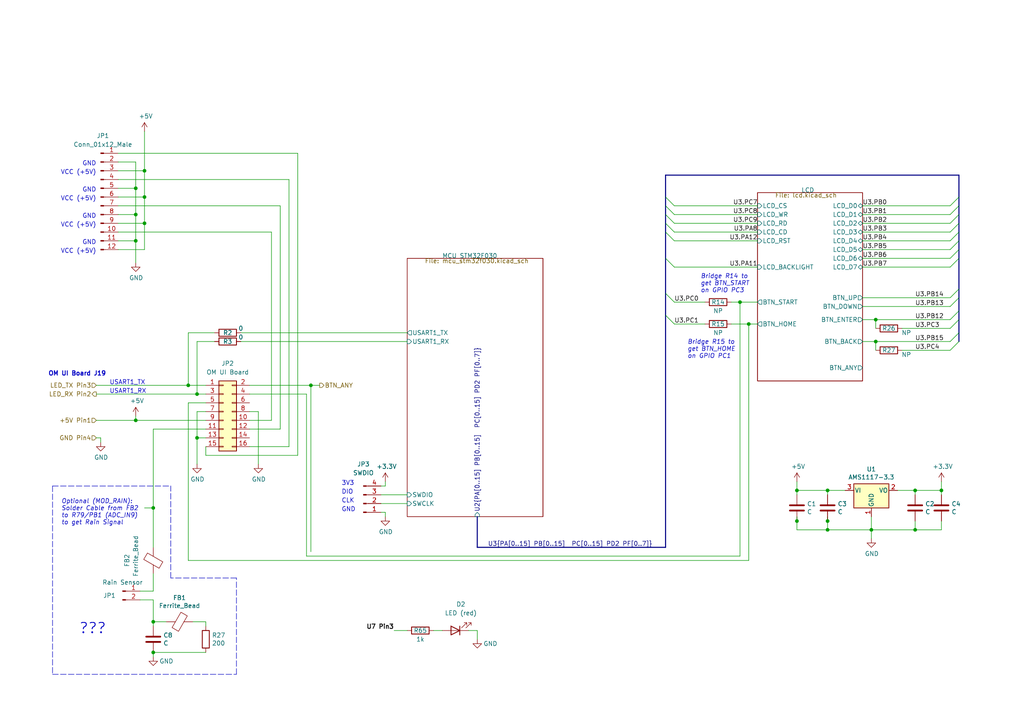
<source format=kicad_sch>
(kicad_sch (version 20211123) (generator eeschema)
  (paper "A4")
  (title_block (title "YardForce SAxxxPRO Dot-Matrix LCD CoverUI HS49067") (date "2023-08-22") (rev "0.1") (comment 1 "(c) Apehaenger") (comment 2 "For https://openmower.de") (comment 3 "PCB: WYPCB319B, WYM240128K1002") (comment 4 "LCD: WYM240128K10, 2019-12-14, HJ2818W6 A0"))
  (lib_symbols
    (symbol "Connector:Conn_01x02_Male" (pin_names (offset 1.016) hide)
      (property "Reference" "J" (at 0 2.54 0))
      (property "Value" "Conn_01x02_Male" (at 0 -5.08 0))
      (symbol "Conn_01x02_Male_1_1"
        (polyline (pts (xy 1.27 -2.54) (xy 0.8636 -2.54)) (stroke (width 0.1524)))
        (polyline (pts (xy 1.27 0) (xy 0.8636 0)) (stroke (width 0.1524)))
        (rectangle (start 0.8636 -2.413) (end 0 -2.667) (stroke (width 0.1524)) (fill (type outline)))
        (rectangle (start 0.8636 0.127) (end 0 -0.127) (stroke (width 0.1524)) (fill (type outline)))
        (pin passive line (at 5.08 0 180) (length 3.81) (name "Pin_1") (number "1"))
        (pin passive line (at 5.08 -2.54 180) (length 3.81) (name "Pin_2") (number "2"))
      )
    )
    (symbol "Connector:Conn_01x04_Male" (pin_names (offset 1.016) hide)
      (property "Reference" "J" (at 0 5.08 0))
      (property "Value" "Conn_01x04_Male" (at 0 -7.62 0))
      (symbol "Conn_01x04_Male_1_1"
        (polyline (pts (xy 1.27 -5.08) (xy 0.8636 -5.08)) (stroke (width 0.1524)))
        (polyline (pts (xy 1.27 -2.54) (xy 0.8636 -2.54)) (stroke (width 0.1524)))
        (polyline (pts (xy 1.27 0) (xy 0.8636 0)) (stroke (width 0.1524)))
        (polyline (pts (xy 1.27 2.54) (xy 0.8636 2.54)) (stroke (width 0.1524)))
        (rectangle (start 0.8636 -4.953) (end 0 -5.207) (stroke (width 0.1524)) (fill (type outline)))
        (rectangle (start 0.8636 -2.413) (end 0 -2.667) (stroke (width 0.1524)) (fill (type outline)))
        (rectangle (start 0.8636 0.127) (end 0 -0.127) (stroke (width 0.1524)) (fill (type outline)))
        (rectangle (start 0.8636 2.667) (end 0 2.413) (stroke (width 0.1524)) (fill (type outline)))
        (pin passive line (at 5.08 2.54 180) (length 3.81) (name "Pin_1") (number "1"))
        (pin passive line (at 5.08 0 180) (length 3.81) (name "Pin_2") (number "2"))
        (pin passive line (at 5.08 -2.54 180) (length 3.81) (name "Pin_3") (number "3"))
        (pin passive line (at 5.08 -5.08 180) (length 3.81) (name "Pin_4") (number "4"))
      )
    )
    (symbol "Connector:Conn_01x12_Male" (pin_names (offset 1.016) hide)
      (property "Reference" "J" (at 0 15.24 0))
      (property "Value" "Conn_01x12_Male" (at 0 -17.78 0))
      (symbol "Conn_01x12_Male_1_1"
        (polyline (pts (xy 1.27 -15.24) (xy 0.8636 -15.24)) (stroke (width 0.1524)))
        (polyline (pts (xy 1.27 -12.7) (xy 0.8636 -12.7)) (stroke (width 0.1524)))
        (polyline (pts (xy 1.27 -10.16) (xy 0.8636 -10.16)) (stroke (width 0.1524)))
        (polyline (pts (xy 1.27 -7.62) (xy 0.8636 -7.62)) (stroke (width 0.1524)))
        (polyline (pts (xy 1.27 -5.08) (xy 0.8636 -5.08)) (stroke (width 0.1524)))
        (polyline (pts (xy 1.27 -2.54) (xy 0.8636 -2.54)) (stroke (width 0.1524)))
        (polyline (pts (xy 1.27 0) (xy 0.8636 0)) (stroke (width 0.1524)))
        (polyline (pts (xy 1.27 2.54) (xy 0.8636 2.54)) (stroke (width 0.1524)))
        (polyline (pts (xy 1.27 5.08) (xy 0.8636 5.08)) (stroke (width 0.1524)))
        (polyline (pts (xy 1.27 7.62) (xy 0.8636 7.62)) (stroke (width 0.1524)))
        (polyline (pts (xy 1.27 10.16) (xy 0.8636 10.16)) (stroke (width 0.1524)))
        (polyline (pts (xy 1.27 12.7) (xy 0.8636 12.7)) (stroke (width 0.1524)))
        (rectangle (start 0.8636 -15.113) (end 0 -15.367) (stroke (width 0.1524)) (fill (type outline)))
        (rectangle (start 0.8636 -12.573) (end 0 -12.827) (stroke (width 0.1524)) (fill (type outline)))
        (rectangle (start 0.8636 -10.033) (end 0 -10.287) (stroke (width 0.1524)) (fill (type outline)))
        (rectangle (start 0.8636 -7.493) (end 0 -7.747) (stroke (width 0.1524)) (fill (type outline)))
        (rectangle (start 0.8636 -4.953) (end 0 -5.207) (stroke (width 0.1524)) (fill (type outline)))
        (rectangle (start 0.8636 -2.413) (end 0 -2.667) (stroke (width 0.1524)) (fill (type outline)))
        (rectangle (start 0.8636 0.127) (end 0 -0.127) (stroke (width 0.1524)) (fill (type outline)))
        (rectangle (start 0.8636 2.667) (end 0 2.413) (stroke (width 0.1524)) (fill (type outline)))
        (rectangle (start 0.8636 5.207) (end 0 4.953) (stroke (width 0.1524)) (fill (type outline)))
        (rectangle (start 0.8636 7.747) (end 0 7.493) (stroke (width 0.1524)) (fill (type outline)))
        (rectangle (start 0.8636 10.287) (end 0 10.033) (stroke (width 0.1524)) (fill (type outline)))
        (rectangle (start 0.8636 12.827) (end 0 12.573) (stroke (width 0.1524)) (fill (type outline)))
        (pin passive line (at 5.08 12.7 180) (length 3.81) (name "Pin_1") (number "1"))
        (pin passive line (at 5.08 -10.16 180) (length 3.81) (name "Pin_10") (number "10"))
        (pin passive line (at 5.08 -12.7 180) (length 3.81) (name "Pin_11") (number "11"))
        (pin passive line (at 5.08 -15.24 180) (length 3.81) (name "Pin_12") (number "12"))
        (pin passive line (at 5.08 10.16 180) (length 3.81) (name "Pin_2") (number "2"))
        (pin passive line (at 5.08 7.62 180) (length 3.81) (name "Pin_3") (number "3"))
        (pin passive line (at 5.08 5.08 180) (length 3.81) (name "Pin_4") (number "4"))
        (pin passive line (at 5.08 2.54 180) (length 3.81) (name "Pin_5") (number "5"))
        (pin passive line (at 5.08 0 180) (length 3.81) (name "Pin_6") (number "6"))
        (pin passive line (at 5.08 -2.54 180) (length 3.81) (name "Pin_7") (number "7"))
        (pin passive line (at 5.08 -5.08 180) (length 3.81) (name "Pin_8") (number "8"))
        (pin passive line (at 5.08 -7.62 180) (length 3.81) (name "Pin_9") (number "9"))
      )
    )
    (symbol "Connector_Generic:Conn_02x08_Odd_Even" (pin_names (offset 1.016) hide)
      (property "Reference" "J" (at 1.27 10.16 0))
      (property "Value" "Conn_02x08_Odd_Even" (at 1.27 -12.7 0))
      (symbol "Conn_02x08_Odd_Even_1_1"
        (rectangle (start -1.27 -10.033) (end 0 -10.287) (stroke (width 0.1524)))
        (rectangle (start -1.27 -7.493) (end 0 -7.747) (stroke (width 0.1524)))
        (rectangle (start -1.27 -4.953) (end 0 -5.207) (stroke (width 0.1524)))
        (rectangle (start -1.27 -2.413) (end 0 -2.667) (stroke (width 0.1524)))
        (rectangle (start -1.27 0.127) (end 0 -0.127) (stroke (width 0.1524)))
        (rectangle (start -1.27 2.667) (end 0 2.413) (stroke (width 0.1524)))
        (rectangle (start -1.27 5.207) (end 0 4.953) (stroke (width 0.1524)))
        (rectangle (start -1.27 7.747) (end 0 7.493) (stroke (width 0.1524)))
        (rectangle (start -1.27 8.89) (end 3.81 -11.43) (stroke (width 0.254)) (fill (type background)))
        (rectangle (start 3.81 -10.033) (end 2.54 -10.287) (stroke (width 0.1524)))
        (rectangle (start 3.81 -7.493) (end 2.54 -7.747) (stroke (width 0.1524)))
        (rectangle (start 3.81 -4.953) (end 2.54 -5.207) (stroke (width 0.1524)))
        (rectangle (start 3.81 -2.413) (end 2.54 -2.667) (stroke (width 0.1524)))
        (rectangle (start 3.81 0.127) (end 2.54 -0.127) (stroke (width 0.1524)))
        (rectangle (start 3.81 2.667) (end 2.54 2.413) (stroke (width 0.1524)))
        (rectangle (start 3.81 5.207) (end 2.54 4.953) (stroke (width 0.1524)))
        (rectangle (start 3.81 7.747) (end 2.54 7.493) (stroke (width 0.1524)))
        (pin passive line (at -5.08 7.62 0) (length 3.81) (name "Pin_1") (number "1"))
        (pin passive line (at 7.62 -2.54 180) (length 3.81) (name "Pin_10") (number "10"))
        (pin passive line (at -5.08 -5.08 0) (length 3.81) (name "Pin_11") (number "11"))
        (pin passive line (at 7.62 -5.08 180) (length 3.81) (name "Pin_12") (number "12"))
        (pin passive line (at -5.08 -7.62 0) (length 3.81) (name "Pin_13") (number "13"))
        (pin passive line (at 7.62 -7.62 180) (length 3.81) (name "Pin_14") (number "14"))
        (pin passive line (at -5.08 -10.16 0) (length 3.81) (name "Pin_15") (number "15"))
        (pin passive line (at 7.62 -10.16 180) (length 3.81) (name "Pin_16") (number "16"))
        (pin passive line (at 7.62 7.62 180) (length 3.81) (name "Pin_2") (number "2"))
        (pin passive line (at -5.08 5.08 0) (length 3.81) (name "Pin_3") (number "3"))
        (pin passive line (at 7.62 5.08 180) (length 3.81) (name "Pin_4") (number "4"))
        (pin passive line (at -5.08 2.54 0) (length 3.81) (name "Pin_5") (number "5"))
        (pin passive line (at 7.62 2.54 180) (length 3.81) (name "Pin_6") (number "6"))
        (pin passive line (at -5.08 0 0) (length 3.81) (name "Pin_7") (number "7"))
        (pin passive line (at 7.62 0 180) (length 3.81) (name "Pin_8") (number "8"))
        (pin passive line (at -5.08 -2.54 0) (length 3.81) (name "Pin_9") (number "9"))
      )
    )
    (symbol "Device:C" (pin_numbers hide) (pin_names (offset 0.254))
      (property "Reference" "C" (at 0.635 2.54 0))
      (property "Value" "C" (at 0.635 -2.54 0))
      (symbol "C_0_1"
        (polyline (pts (xy -2.032 -0.762) (xy 2.032 -0.762)) (stroke (width 0.508)))
        (polyline (pts (xy -2.032 0.762) (xy 2.032 0.762)) (stroke (width 0.508)))
      )
      (symbol "C_1_1"
        (pin passive line (at 0 3.81 270) (length 2.794) (name "~") (number "1"))
        (pin passive line (at 0 -3.81 90) (length 2.794) (name "~") (number "2"))
      )
    )
    (symbol "Device:Ferrite_Bead" (pin_numbers hide) (pin_names (offset 0))
      (property "Reference" "FB" (at -3.81 0.635 90))
      (property "Value" "Device_Ferrite_Bead" (at 3.81 0 90))
      (symbol "Ferrite_Bead_0_1"
        (polyline (pts (xy 0 -1.27) (xy 0 -1.2192)))
        (polyline (pts (xy 0 1.27) (xy 0 1.2954)))
        (polyline (pts (xy -2.7686 0.4064) (xy -1.7018 2.2606) (xy 2.7686 -0.3048) (xy 1.6764 -2.159) (xy -2.7686 0.4064)))
      )
      (symbol "Ferrite_Bead_1_1"
        (pin passive line (at 0 3.81 270) (length 2.54) (name "~") (number "1"))
        (pin passive line (at 0 -3.81 90) (length 2.54) (name "~") (number "2"))
      )
    )
    (symbol "Device:LED" (pin_numbers hide) (pin_names (offset 1.016) hide)
      (property "Reference" "D" (at 0 2.54 0))
      (property "Value" "LED" (at 0 -2.54 0))
      (symbol "LED_0_1"
        (polyline (pts (xy -1.27 -1.27) (xy -1.27 1.27)) (stroke (width 0.254)))
        (polyline (pts (xy -1.27 0) (xy 1.27 0)))
        (polyline (pts (xy 1.27 -1.27) (xy 1.27 1.27) (xy -1.27 0) (xy 1.27 -1.27)) (stroke (width 0.254)))
        (polyline (pts (xy -3.048 -0.762) (xy -4.572 -2.286) (xy -3.81 -2.286) (xy -4.572 -2.286) (xy -4.572 -1.524)))
        (polyline (pts (xy -1.778 -0.762) (xy -3.302 -2.286) (xy -2.54 -2.286) (xy -3.302 -2.286) (xy -3.302 -1.524)))
      )
      (symbol "LED_1_1"
        (pin passive line (at -3.81 0 0) (length 2.54) (name "K") (number "1"))
        (pin passive line (at 3.81 0 180) (length 2.54) (name "A") (number "2"))
      )
    )
    (symbol "Device:R" (pin_numbers hide) (pin_names (offset 0))
      (property "Reference" "R" (at 2.032 0 90))
      (property "Value" "R" (at 0 0 90))
      (symbol "R_0_1"
        (rectangle (start -1.016 -2.54) (end 1.016 2.54) (stroke (width 0.254)))
      )
      (symbol "R_1_1"
        (pin passive line (at 0 3.81 270) (length 1.27) (name "~") (number "1"))
        (pin passive line (at 0 -3.81 90) (length 1.27) (name "~") (number "2"))
      )
    )
    (symbol "Regulator_Linear:AMS1117-3.3" (pin_names (offset 0.254))
      (property "Reference" "U" (at -3.81 3.175 0))
      (property "Value" "AMS1117-3.3" (at 0 3.175 0))
      (symbol "AMS1117-3.3_0_1"
        (rectangle (start -5.08 -5.08) (end 5.08 1.905) (stroke (width 0.254)) (fill (type background)))
      )
      (symbol "AMS1117-3.3_1_1"
        (pin power_in line (at 0 -7.62 90) (length 2.54) (name "GND") (number "1"))
        (pin power_out line (at 7.62 0 180) (length 2.54) (name "VO") (number "2"))
        (pin power_in line (at -7.62 0 0) (length 2.54) (name "VI") (number "3"))
      )
    )
    (symbol "power:+3.3V" (power) (pin_names (offset 0))
      (property "Value" "+3.3V" (at 0 3.556 0))
      (symbol "+3.3V_0_1"
        (polyline (pts (xy -0.762 1.27) (xy 0 2.54)))
        (polyline (pts (xy 0 0) (xy 0 2.54)))
        (polyline (pts (xy 0 2.54) (xy 0.762 1.27)))
      )
      (symbol "+3.3V_1_1"
        (pin power_in line (at 0 0 90) (length 0) hide (name "+3.3V") (number "1"))
      )
    )
    (symbol "power:+5V" (power) (pin_names (offset 0))
      (property "Value" "+5V" (at 0 3.556 0))
      (symbol "+5V_0_1"
        (polyline (pts (xy -0.762 1.27) (xy 0 2.54)))
        (polyline (pts (xy 0 0) (xy 0 2.54)))
        (polyline (pts (xy 0 2.54) (xy 0.762 1.27)))
      )
      (symbol "+5V_1_1"
        (pin power_in line (at 0 0 90) (length 0) hide (name "+5V") (number "1"))
      )
    )
    (symbol "power:GND" (power) (pin_names (offset 0))
      (property "Value" "GND" (at 0 -3.81 0))
      (symbol "GND_0_1"
        (polyline (pts (xy 0 0) (xy 0 -1.27) (xy 1.27 -1.27) (xy 0 -2.54) (xy -1.27 -1.27) (xy 0 -1.27)))
      )
      (symbol "GND_1_1"
        (pin power_in line (at 0 0 270) (length 0) hide (name "GND") (number "1"))
      )
    )
  )
  (junction (at 231.14 151.13))
  (junction (at 39.37 69.85))
  (junction (at 57.15 114.3))
  (junction (at 57.15 127))
  (junction (at 252.73 153.67))
  (junction (at 240.03 153.67))
  (junction (at 39.37 121.92))
  (junction (at 265.43 153.67))
  (junction (at 265.43 142.24))
  (junction (at 240.03 142.24))
  (junction (at 90.17 111.76))
  (junction (at 254 92.71))
  (junction (at 44.45 189.23))
  (junction (at 254 99.06))
  (junction (at 54.61 111.76))
  (junction (at 41.91 64.77))
  (junction (at 41.91 49.53))
  (junction (at 273.05 142.24))
  (junction (at 240.03 151.13))
  (junction (at 44.45 147.32))
  (junction (at 214.63 87.63))
  (junction (at 41.91 57.15))
  (junction (at 217.17 93.98))
  (junction (at 39.37 62.23))
  (junction (at 231.14 142.24))
  (junction (at 39.37 54.61))
  (junction (at 44.45 180.34))
  (bus_entry (at 278.13 67.31) (size -2.54 2.54))
  (bus_entry (at 193.04 74.93) (size 2.54 2.54))
  (bus_entry (at 278.13 72.39) (size -2.54 2.54))
  (bus_entry (at 278.13 64.77) (size -2.54 2.54))
  (bus_entry (at 193.04 57.15) (size 2.54 2.54))
  (bus_entry (at 275.59 86.36) (size 2.54 -2.54))
  (bus_entry (at 275.59 92.71) (size 2.54 -2.54))
  (bus_entry (at 193.04 67.31) (size 2.54 2.54))
  (bus_entry (at 278.13 59.69) (size -2.54 2.54))
  (bus_entry (at 193.04 64.77) (size 2.54 2.54))
  (bus_entry (at 275.59 101.6) (size 2.54 -2.54))
  (bus_entry (at 275.59 99.06) (size 2.54 -2.54))
  (bus_entry (at 193.04 91.44) (size 2.54 2.54))
  (bus_entry (at 193.04 85.09) (size 2.54 2.54))
  (bus_entry (at 278.13 69.85) (size -2.54 2.54))
  (bus_entry (at 275.59 64.77) (size 2.54 -2.54))
  (bus_entry (at 278.13 74.93) (size -2.54 2.54))
  (bus_entry (at 275.59 95.25) (size 2.54 -2.54))
  (bus_entry (at 275.59 88.9) (size 2.54 -2.54))
  (bus_entry (at 193.04 59.69) (size 2.54 2.54))
  (bus_entry (at 193.04 62.23) (size 2.54 2.54))
  (bus_entry (at 278.13 57.15) (size -2.54 2.54))
  (polyline (pts (xy 68.58 167.64) (xy 49.53 167.64)))
  (wire (pts (xy 273.05 142.24) (xy 273.05 143.51)))
  (wire (pts (xy 90.17 111.76) (xy 90.17 160.02)))
  (bus (pts (xy 193.04 50.8) (xy 278.13 50.8)))
  (wire (pts (xy 250.19 59.69) (xy 275.59 59.69)))
  (wire (pts (xy 57.15 114.3) (xy 59.69 114.3)))
  (wire (pts (xy 231.14 142.24) (xy 231.14 143.51)))
  (wire (pts (xy 214.63 87.63) (xy 219.71 87.63)))
  (wire (pts (xy 69.85 96.52) (xy 118.11 96.52)))
  (wire (pts (xy 217.17 162.56) (xy 54.61 162.56)))
  (wire (pts (xy 88.9 161.29) (xy 214.63 161.29)))
  (bus (pts (xy 278.13 72.39) (xy 278.13 74.93)))
  (wire (pts (xy 44.45 147.32) (xy 44.45 158.75)))
  (wire (pts (xy 34.29 57.15) (xy 41.91 57.15)))
  (wire (pts (xy 219.71 93.98) (xy 217.17 93.98)))
  (wire (pts (xy 41.91 147.32) (xy 44.45 147.32)))
  (wire (pts (xy 240.03 151.13) (xy 240.03 153.67)))
  (wire (pts (xy 40.64 173.99) (xy 44.45 173.99)))
  (polyline (pts (xy 15.24 195.58) (xy 68.58 195.58)))
  (bus (pts (xy 278.13 92.71) (xy 278.13 96.52)))
  (wire (pts (xy 34.29 44.45) (xy 86.36 44.45)))
  (wire (pts (xy 254 99.06) (xy 275.59 99.06)))
  (wire (pts (xy 240.03 142.24) (xy 245.11 142.24)))
  (wire (pts (xy 41.91 57.15) (xy 41.91 49.53)))
  (bus (pts (xy 278.13 64.77) (xy 278.13 67.31)))
  (wire (pts (xy 250.19 62.23) (xy 275.59 62.23)))
  (wire (pts (xy 195.58 93.98) (xy 204.47 93.98)))
  (wire (pts (xy 72.39 114.3) (xy 88.9 114.3)))
  (wire (pts (xy 250.19 67.31) (xy 275.59 67.31)))
  (polyline (pts (xy 15.24 140.97) (xy 49.53 140.97)))
  (wire (pts (xy 110.49 148.59) (xy 111.76 148.59)))
  (wire (pts (xy 265.43 142.24) (xy 273.05 142.24)))
  (wire (pts (xy 114.3 182.88) (xy 118.11 182.88)))
  (bus (pts (xy 278.13 57.15) (xy 278.13 59.69)))
  (wire (pts (xy 252.73 149.86) (xy 252.73 153.67)))
  (polyline (pts (xy 15.24 140.97) (xy 15.24 195.58)))
  (wire (pts (xy 27.94 114.3) (xy 57.15 114.3)))
  (wire (pts (xy 110.49 146.05) (xy 118.11 146.05)))
  (wire (pts (xy 250.19 77.47) (xy 275.59 77.47)))
  (wire (pts (xy 212.09 93.98) (xy 217.17 93.98)))
  (wire (pts (xy 27.94 111.76) (xy 54.61 111.76)))
  (wire (pts (xy 39.37 121.92) (xy 59.69 121.92)))
  (bus (pts (xy 193.04 59.69) (xy 193.04 57.15)))
  (wire (pts (xy 195.58 87.63) (xy 204.47 87.63)))
  (wire (pts (xy 231.14 151.13) (xy 231.14 153.67)))
  (bus (pts (xy 278.13 96.52) (xy 278.13 99.06)))
  (bus (pts (xy 193.04 62.23) (xy 193.04 59.69)))
  (wire (pts (xy 250.19 92.71) (xy 254 92.71)))
  (wire (pts (xy 29.21 127) (xy 29.21 128.27)))
  (wire (pts (xy 41.91 72.39) (xy 41.91 64.77)))
  (wire (pts (xy 273.05 153.67) (xy 273.05 151.13)))
  (wire (pts (xy 240.03 153.67) (xy 252.73 153.67)))
  (wire (pts (xy 90.17 111.76) (xy 92.71 111.76)))
  (wire (pts (xy 54.61 96.52) (xy 54.61 111.76)))
  (wire (pts (xy 74.93 119.38) (xy 74.93 134.62)))
  (wire (pts (xy 59.69 189.23) (xy 44.45 189.23)))
  (wire (pts (xy 110.49 143.51) (xy 118.11 143.51)))
  (wire (pts (xy 254 92.71) (xy 254 95.25)))
  (wire (pts (xy 83.82 52.07) (xy 83.82 129.54)))
  (wire (pts (xy 34.29 59.69) (xy 81.28 59.69)))
  (wire (pts (xy 44.45 124.46) (xy 59.69 124.46)))
  (wire (pts (xy 231.14 142.24) (xy 240.03 142.24)))
  (wire (pts (xy 44.45 124.46) (xy 44.45 147.32)))
  (wire (pts (xy 110.49 140.97) (xy 111.76 140.97)))
  (wire (pts (xy 252.73 153.67) (xy 265.43 153.67)))
  (wire (pts (xy 59.69 116.84) (xy 54.61 116.84)))
  (wire (pts (xy 86.36 44.45) (xy 86.36 132.08)))
  (wire (pts (xy 254 92.71) (xy 275.59 92.71)))
  (bus (pts (xy 278.13 62.23) (xy 278.13 64.77)))
  (wire (pts (xy 72.39 111.76) (xy 90.17 111.76)))
  (wire (pts (xy 41.91 49.53) (xy 41.91 38.1)))
  (wire (pts (xy 34.29 49.53) (xy 41.91 49.53)))
  (wire (pts (xy 260.35 142.24) (xy 265.43 142.24)))
  (wire (pts (xy 62.23 96.52) (xy 54.61 96.52)))
  (wire (pts (xy 265.43 153.67) (xy 273.05 153.67)))
  (wire (pts (xy 72.39 119.38) (xy 74.93 119.38)))
  (bus (pts (xy 278.13 83.82) (xy 278.13 86.36)))
  (wire (pts (xy 59.69 180.34) (xy 55.88 180.34)))
  (wire (pts (xy 59.69 119.38) (xy 57.15 119.38)))
  (wire (pts (xy 240.03 149.86) (xy 240.03 151.13)))
  (wire (pts (xy 34.29 52.07) (xy 83.82 52.07)))
  (wire (pts (xy 81.28 59.69) (xy 81.28 124.46)))
  (wire (pts (xy 39.37 120.65) (xy 39.37 121.92)))
  (wire (pts (xy 69.85 99.06) (xy 118.11 99.06)))
  (wire (pts (xy 195.58 62.23) (xy 219.71 62.23)))
  (wire (pts (xy 250.19 99.06) (xy 254 99.06)))
  (wire (pts (xy 57.15 127) (xy 59.69 127)))
  (wire (pts (xy 195.58 64.77) (xy 219.71 64.77)))
  (bus (pts (xy 278.13 69.85) (xy 278.13 72.39)))
  (wire (pts (xy 44.45 173.99) (xy 44.45 180.34)))
  (wire (pts (xy 72.39 121.92) (xy 78.74 121.92)))
  (bus (pts (xy 193.04 91.44) (xy 193.04 158.75)))
  (bus (pts (xy 278.13 90.17) (xy 278.13 92.71)))
  (wire (pts (xy 231.14 142.24) (xy 231.14 139.7)))
  (wire (pts (xy 250.19 64.77) (xy 275.59 64.77)))
  (wire (pts (xy 125.73 182.88) (xy 128.27 182.88)))
  (wire (pts (xy 34.29 64.77) (xy 41.91 64.77)))
  (wire (pts (xy 135.89 182.88) (xy 138.43 182.88)))
  (wire (pts (xy 195.58 77.47) (xy 219.71 77.47)))
  (wire (pts (xy 34.29 54.61) (xy 39.37 54.61)))
  (wire (pts (xy 252.73 153.67) (xy 252.73 156.21)))
  (wire (pts (xy 217.17 93.98) (xy 217.17 162.56)))
  (wire (pts (xy 40.64 171.45) (xy 44.45 171.45)))
  (wire (pts (xy 250.19 86.36) (xy 275.59 86.36)))
  (wire (pts (xy 231.14 153.67) (xy 240.03 153.67)))
  (wire (pts (xy 34.29 69.85) (xy 39.37 69.85)))
  (wire (pts (xy 195.58 69.85) (xy 219.71 69.85)))
  (wire (pts (xy 41.91 64.77) (xy 41.91 57.15)))
  (wire (pts (xy 39.37 62.23) (xy 39.37 69.85)))
  (wire (pts (xy 59.69 181.61) (xy 59.69 180.34)))
  (wire (pts (xy 250.19 69.85) (xy 275.59 69.85)))
  (wire (pts (xy 59.69 132.08) (xy 59.69 129.54)))
  (wire (pts (xy 39.37 46.99) (xy 39.37 54.61)))
  (wire (pts (xy 27.94 127) (xy 29.21 127)))
  (wire (pts (xy 44.45 189.23) (xy 44.45 190.5)))
  (wire (pts (xy 54.61 116.84) (xy 54.61 162.56)))
  (wire (pts (xy 44.45 181.61) (xy 44.45 180.34)))
  (bus (pts (xy 138.43 158.75) (xy 138.43 149.86)))
  (wire (pts (xy 214.63 161.29) (xy 214.63 87.63)))
  (wire (pts (xy 261.62 101.6) (xy 275.59 101.6)))
  (wire (pts (xy 34.29 62.23) (xy 39.37 62.23)))
  (wire (pts (xy 212.09 87.63) (xy 214.63 87.63)))
  (wire (pts (xy 72.39 129.54) (xy 83.82 129.54)))
  (wire (pts (xy 34.29 72.39) (xy 41.91 72.39)))
  (bus (pts (xy 193.04 74.93) (xy 193.04 85.09)))
  (wire (pts (xy 44.45 166.37) (xy 44.45 171.45)))
  (wire (pts (xy 250.19 72.39) (xy 275.59 72.39)))
  (wire (pts (xy 57.15 99.06) (xy 57.15 114.3)))
  (wire (pts (xy 254 99.06) (xy 254 101.6)))
  (wire (pts (xy 57.15 119.38) (xy 57.15 127)))
  (wire (pts (xy 78.74 67.31) (xy 78.74 121.92)))
  (wire (pts (xy 88.9 114.3) (xy 88.9 161.29)))
  (wire (pts (xy 44.45 180.34) (xy 48.26 180.34)))
  (wire (pts (xy 240.03 143.51) (xy 240.03 142.24)))
  (wire (pts (xy 195.58 59.69) (xy 219.71 59.69)))
  (wire (pts (xy 111.76 140.97) (xy 111.76 139.7)))
  (bus (pts (xy 278.13 50.8) (xy 278.13 57.15)))
  (polyline (pts (xy 49.53 167.64) (xy 49.53 140.97)))
  (wire (pts (xy 250.19 88.9) (xy 275.59 88.9)))
  (wire (pts (xy 62.23 99.06) (xy 57.15 99.06)))
  (wire (pts (xy 72.39 124.46) (xy 81.28 124.46)))
  (bus (pts (xy 278.13 59.69) (xy 278.13 62.23)))
  (bus (pts (xy 138.43 158.75) (xy 193.04 158.75)))
  (wire (pts (xy 195.58 67.31) (xy 219.71 67.31)))
  (polyline (pts (xy 68.58 195.58) (xy 68.58 167.64)))
  (wire (pts (xy 34.29 46.99) (xy 39.37 46.99)))
  (wire (pts (xy 265.43 142.24) (xy 265.43 143.51)))
  (wire (pts (xy 138.43 182.88) (xy 138.43 185.42)))
  (wire (pts (xy 231.14 149.86) (xy 231.14 151.13)))
  (wire (pts (xy 39.37 69.85) (xy 39.37 76.2)))
  (wire (pts (xy 273.05 142.24) (xy 273.05 139.7)))
  (bus (pts (xy 193.04 67.31) (xy 193.04 64.77)))
  (wire (pts (xy 54.61 111.76) (xy 59.69 111.76)))
  (bus (pts (xy 193.04 50.8) (xy 193.04 57.15)))
  (wire (pts (xy 34.29 67.31) (xy 78.74 67.31)))
  (bus (pts (xy 193.04 64.77) (xy 193.04 62.23)))
  (wire (pts (xy 111.76 148.59) (xy 111.76 149.86)))
  (wire (pts (xy 250.19 74.93) (xy 275.59 74.93)))
  (bus (pts (xy 278.13 86.36) (xy 278.13 90.17)))
  (wire (pts (xy 59.69 132.08) (xy 86.36 132.08)))
  (bus (pts (xy 193.04 74.93) (xy 193.04 67.31)))
  (bus (pts (xy 278.13 74.93) (xy 278.13 83.82)))
  (wire (pts (xy 27.94 121.92) (xy 39.37 121.92)))
  (wire (pts (xy 57.15 127) (xy 57.15 134.62)))
  (wire (pts (xy 261.62 95.25) (xy 275.59 95.25)))
  (bus (pts (xy 278.13 67.31) (xy 278.13 69.85)))
  (bus (pts (xy 193.04 85.09) (xy 193.04 91.44)))
  (wire (pts (xy 265.43 151.13) (xy 265.43 153.67)))
  (wire (pts (xy 39.37 54.61) (xy 39.37 62.23)))
  (text "VCC (+5V)" (at 27.94 66.04 180) (effects (font (size 1.27 1.27)) (justify right bottom)))
  (text "DIO" (at 99.06 143.51 0) (effects (font (size 1.27 1.27)) (justify left bottom)))
  (text "USART1_TX" (at 31.75 111.76 0) (effects (font (size 1.27 1.27)) (justify left bottom)))
  (text "3V3" (at 99.06 140.97 0) (effects (font (size 1.27 1.27)) (justify left bottom)))
  (text "???" (at 22.86 184.15 0) (effects (font (size 3 3) (thickness 0.254) bold) (justify left bottom)))
  (text "OM UI Board J19" (at 13.97 109.22 0) (effects (font (size 1.27 1.27) (thickness 0.254) bold) (justify left bottom)))
  (text "CLK" (at 99.06 146.05 0) (effects (font (size 1.27 1.27)) (justify left bottom)))
  (text "Optional (MOD_RAIN):\nSolder Cable from FB2\nto R79/PB1 (ADC_IN9)\nto get Rain Signal" (at 17.78 152.4 0) (effects (font (size 1.27 1.27) italic) (justify left bottom)))
  (text "Bridge R15 to\nget BTN_HOME\non GPIO PC1" (at 199.39 104.14 0) (effects (font (size 1.27 1.27) italic) (justify left bottom)))
  (text "GND" (at 27.94 71.12 180) (effects (font (size 1.27 1.27)) (justify right bottom)))
  (text "GND" (at 27.94 55.88 180) (effects (font (size 1.27 1.27)) (justify right bottom)))
  (text "VCC (+5V)" (at 27.94 50.8 180) (effects (font (size 1.27 1.27)) (justify right bottom)))
  (text "VCC (+5V)" (at 27.94 73.66 180) (effects (font (size 1.27 1.27)) (justify right bottom)))
  (text "GND" (at 99.06 148.59 0) (effects (font (size 1.27 1.27)) (justify left bottom)))
  (text "GND" (at 27.94 63.5 180) (effects (font (size 1.27 1.27)) (justify right bottom)))
  (text "VCC (+5V)" (at 27.94 58.42 180) (effects (font (size 1.27 1.27)) (justify right bottom)))
  (text "Bridge R14 to\nget BTN_START\non GPIO PC3" (at 203.2 85.09 0) (effects (font (size 1.27 1.27) italic) (justify left bottom)))
  (text "GND" (at 27.94 48.26 180) (effects (font (size 1.27 1.27)) (justify right bottom)))
  (text "USART1_RX" (at 31.75 114.3 0) (effects (font (size 1.27 1.27)) (justify left bottom)))
  (label "U3.PB6" (at 250.19 74.93 0))
  (label "U3.PB14" (at 265.43 86.36 0))
  (label "U3.PC8" (at 219.71 62.23 180))
  (label "U3.PB2" (at 250.19 64.77 0))
  (label "U3.PC4" (at 265.43 101.6 0))
  (label "U3.PC7" (at 219.71 59.69 180))
  (label "U3.PB5" (at 250.19 72.39 0))
  (label "U3.PB15" (at 265.43 99.06 0))
  (label "U3.PC1" (at 195.58 93.98 0))
  (label "U3{PA[0..15] PB[0..15]  PC[0..15] PD2 PF[0..7]}" (at 189.23 158.75 180))
  (label "U3.PB4" (at 250.19 69.85 0))
  (label "U3.PB12" (at 265.43 92.71 0))
  (label "U3.PB7" (at 250.19 77.47 0))
  (label "U3.PC0" (at 195.58 87.63 0))
  (label "U3.PA8" (at 219.71 67.31 180))
  (label "U3.PC9" (at 219.71 64.77 180))
  (label "U3.PB13" (at 265.43 88.9 0))
  (label "U3.PB3" (at 250.19 67.31 0))
  (label "U3.PB0" (at 250.19 59.69 0))
  (label "U3.PB1" (at 250.19 62.23 0))
  (label "U3.PA12" (at 219.71 69.85 180))
  (label "U3.PC3" (at 265.43 95.25 0))
  (label "U7 Pin3" (at 114.3 182.88 180) (effects (font bold)))
  (label "U3.PA11" (at 219.71 77.47 180))
  (hierarchical_label "GND Pin4" (shape input) (at 27.94 127 180))
  (hierarchical_label "LED_TX Pin3" (shape input) (at 27.94 111.76 180))
  (hierarchical_label "BTN_ANY" (shape output) (at 92.71 111.76 0))
  (hierarchical_label "LED_RX Pin2" (shape output) (at 27.94 114.3 180))
  (hierarchical_label "+5V Pin1" (shape input) (at 27.94 121.92 180))
  (symbol (lib_id "Connector:Conn_01x12_Male") (at 29.21 57.15 0) (unit 1)
    (property "Reference" "JP1" (at 29.845 39.37 0))
    (property "Value" "Conn_01x12_Male" (at 29.845 41.91 0))
  )
  (symbol (lib_id "Connector:Conn_01x04_Male") (at 105.41 146.05 0) (mirror x) (unit 1)
    (property "Reference" "JP3" (at 105.41 134.62 0))
    (property "Value" "SWDIO" (at 105.41 137.16 0))
  )
  (symbol (lib_id "Device:Ferrite_Bead") (at 44.45 162.56 180) (unit 1)
    (property "Reference" "FB2" (at 36.83 162.56 90))
    (property "Value" "Ferrite_Bead" (at 39.37 161.29 90))
  )
  (symbol (lib_id "power:+5V") (at 39.37 120.65 0) (unit 1)
    (property "Reference" "#PWR?" (effects hide))
    (property "Value" "+5V" (at 39.751 116.2558 0))
  )
  (symbol (lib_id "Device:C") (at 273.05 147.32 0) (unit 1)
    (property "Reference" "C4" (at 275.971 146.1516 0) (effects (justify left)))
    (property "Value" "C" (at 275.971 148.463 0) (effects (justify left)))
  )
  (symbol (lib_id "Device:C") (at 240.03 147.32 0) (unit 1)
    (property "Reference" "C3" (at 242.951 146.1516 0) (effects (justify left)))
    (property "Value" "C" (at 242.951 148.463 0) (effects (justify left)))
  )
  (symbol (lib_id "Connector_Generic:Conn_02x08_Odd_Even") (at 64.77 119.38 0) (unit 1)
    (property "Reference" "JP2" (at 66.04 105.41 0))
    (property "Value" "OM UI Board" (at 66.04 107.95 0))
  )
  (symbol (lib_id "Device:R") (at 59.69 185.42 0) (unit 1)
    (property "Reference" "R27" (at 61.468 184.2516 0) (effects (justify left)))
    (property "Value" "200" (at 61.468 186.563 0) (effects (justify left)))
  )
  (symbol (lib_id "Regulator_Linear:AMS1117-3.3") (at 252.73 142.24 0) (unit 1)
    (property "Reference" "U1" (at 252.73 136.0932 0))
    (property "Value" "AMS1117-3.3" (at 252.73 138.4046 0))
    (property "Footprint" "Package_TO_SOT_SMD:SOT-223-3_TabPin2" (effects hide))
    (property "Datasheet" "http://www.advanced-monolithic.com/pdf/ds1117.pdf" (effects hide))
  )
  (symbol (lib_id "Device:R") (at 66.04 96.52 270) (unit 1)
    (property "Reference" "R2" (at 66.04 96.52 90))
    (property "Value" "0" (at 69.85 95.25 90))
  )
  (symbol (lib_id "Device:C") (at 44.45 185.42 0) (unit 1)
    (property "Reference" "C8" (at 47.371 184.2516 0) (effects (justify left)))
    (property "Value" "C" (at 47.371 186.563 0) (effects (justify left)))
  )
  (symbol (lib_id "Device:R") (at 208.28 87.63 90) (unit 1)
    (property "Reference" "R14" (at 208.28 87.63 90))
    (property "Value" "NP" (at 208.28 90.17 90))
  )
  (symbol (lib_id "Device:R") (at 66.04 99.06 270) (unit 1)
    (property "Reference" "R3" (at 66.04 99.06 90))
    (property "Value" "0" (at 69.85 97.79 90))
  )
  (symbol (lib_id "power:+3.3V") (at 111.76 139.7 0) (unit 1)
    (property "Reference" "#PWR?" (effects hide))
    (property "Value" "+3.3V" (at 112.141 135.3058 0))
  )
  (symbol (lib_id "power:+3.3V") (at 273.05 139.7 0) (unit 1)
    (property "Reference" "#PWR?" (effects hide))
    (property "Value" "+3.3V" (at 273.431 135.3058 0))
  )
  (symbol (lib_id "Device:R") (at 208.28 93.98 90) (unit 1)
    (property "Reference" "R15" (at 208.28 93.98 90))
    (property "Value" "NP" (at 208.28 96.52 90))
  )
  (symbol (lib_id "power:GND") (at 74.93 134.62 0) (unit 1)
    (property "Reference" "#PWR?" (effects hide))
    (property "Value" "GND" (at 75.057 139.0142 0))
  )
  (symbol (lib_id "power:+5V") (at 231.14 139.7 0) (unit 1)
    (property "Reference" "#PWR?" (effects hide))
    (property "Value" "+5V" (at 231.521 135.3058 0))
  )
  (symbol (lib_id "power:GND") (at 138.43 185.42 0) (unit 1)
    (property "Reference" "#PWR?" (effects hide))
    (property "Value" "GND" (at 142.24 186.69 0))
  )
  (symbol (lib_id "Device:R") (at 257.81 95.25 90) (unit 1)
    (property "Reference" "R26" (at 257.81 95.25 90))
    (property "Value" "NP" (at 262.89 96.52 90))
  )
  (symbol (lib_id "power:GND") (at 57.15 134.62 0) (unit 1)
    (property "Reference" "#PWR?" (effects hide))
    (property "Value" "GND" (at 57.277 139.0142 0))
  )
  (symbol (lib_id "Device:C") (at 231.14 147.32 0) (unit 1)
    (property "Reference" "C1" (at 234.061 146.1516 0) (effects (justify left)))
    (property "Value" "C" (at 234.061 148.463 0) (effects (justify left)))
  )
  (symbol (lib_id "power:GND") (at 111.76 149.86 0) (unit 1)
    (property "Reference" "#PWR?" (effects hide))
    (property "Value" "GND" (at 111.887 154.2542 0))
  )
  (symbol (lib_id "power:GND") (at 39.37 76.2 0) (unit 1)
    (property "Reference" "#PWR?" (effects hide))
    (property "Value" "GND" (at 39.497 80.5942 0))
  )
  (symbol (lib_id "power:GND") (at 29.21 128.27 0) (unit 1)
    (property "Reference" "#PWR?" (effects hide))
    (property "Value" "GND" (at 29.337 132.6642 0))
  )
  (symbol (lib_id "Device:C") (at 265.43 147.32 0) (unit 1)
    (property "Reference" "C2" (at 268.351 146.1516 0) (effects (justify left)))
    (property "Value" "C" (at 268.351 148.463 0) (effects (justify left)))
  )
  (symbol (lib_id "power:GND") (at 252.73 156.21 0) (unit 1)
    (property "Reference" "#PWR?" (effects hide))
    (property "Value" "GND" (at 252.857 160.6042 0))
  )
  (symbol (lib_id "Device:Ferrite_Bead") (at 52.07 180.34 270) (unit 1)
    (property "Reference" "FB1" (at 52.07 173.3804 90))
    (property "Value" "Ferrite_Bead" (at 52.07 175.6918 90))
  )
  (symbol (lib_id "Device:R") (at 121.92 182.88 90) (unit 1)
    (property "Reference" "R65" (at 121.92 182.88 90))
    (property "Value" "1k" (at 121.92 185.42 90))
  )
  (symbol (lib_id "Device:LED") (at 132.08 182.88 180) (unit 1)
    (property "Reference" "D2" (at 133.6675 175.26 0))
    (property "Value" "LED (red)" (at 133.6675 177.8 0))
  )
  (symbol (lib_id "power:+5V") (at 41.91 38.1 0) (unit 1)
    (property "Reference" "#PWR?" (effects hide))
    (property "Value" "+5V" (at 42.291 33.7058 0))
  )
  (symbol (lib_id "Device:R") (at 257.81 101.6 90) (unit 1)
    (property "Reference" "R27" (at 257.81 101.6 90))
    (property "Value" "NP" (at 262.89 102.87 90))
  )
  (symbol (lib_id "power:GND") (at 44.45 190.5 0) (unit 1)
    (property "Reference" "#PWR?" (effects hide))
    (property "Value" "GND" (at 48.26 191.77 0))
  )
  (symbol (lib_id "Connector:Conn_01x02_Male") (at 35.56 171.45 0) (unit 1)
    (property "Reference" "JP1" (at 31.75 172.72 0))
    (property "Value" "Rain Sensor" (at 35.56 168.91 0))
  )
  (sheet (at 118.11 74.93) (size 39.37 74.93) (stroke (width 0.1524))
    (property "Sheet name" "MCU STM32F030" (at 128.27 74.93 0) (effects (justify left bottom)))
    (property "Sheet file" "mcu_stm32f030.kicad_sch" (at 123.19 74.93 0) (effects (justify left top)))
    (pin "USART1_TX" output (at 118.11 96.52 180))
    (pin "USART1_RX" input (at 118.11 99.06 180))
    (pin "SWDIO" input (at 118.11 143.51 180))
    (pin "SWCLK" input (at 118.11 146.05 180))
    (pin "U2{PA[0..15] PB[0..15]  PC[0..15] PD2 PF[0..7]}" input (at 138.43 149.86 270))
  )
  (sheet (at 219.71 55.88) (size 30.48 54.61) (stroke (width 0.1524))
    (property "Sheet name" "LCD" (at 232.41 55.88 0) (effects (justify left bottom)))
    (property "Sheet file" "lcd.kicad_sch" (at 224.79 55.88 0) (effects (justify left top)))
    (pin "LCD_BACKLIGHT" input (at 219.71 77.47 180))
    (pin "LCD_CS" input (at 219.71 59.69 180))
    (pin "LCD_WR" input (at 219.71 62.23 180))
    (pin "LCD_RD" input (at 219.71 64.77 180))
    (pin "LCD_CD" input (at 219.71 67.31 180))
    (pin "LCD_RST" input (at 219.71 69.85 180))
    (pin "LCD_D0" bidirectional (at 250.19 59.69 0))
    (pin "LCD_D6" bidirectional (at 250.19 74.93 0))
    (pin "LCD_D1" bidirectional (at 250.19 62.23 0))
    (pin "LCD_D4" bidirectional (at 250.19 69.85 0))
    (pin "LCD_D2" bidirectional (at 250.19 64.77 0))
    (pin "LCD_D5" bidirectional (at 250.19 72.39 0))
    (pin "LCD_D3" bidirectional (at 250.19 67.31 0))
    (pin "LCD_D7" bidirectional (at 250.19 77.47 0))
    (pin "BTN_START" output (at 219.71 87.63 180))
    (pin "BTN_HOME" output (at 219.71 93.98 180))
    (pin "BTN_ENTER" output (at 250.19 92.71 0))
    (pin "BTN_BACK" output (at 250.19 99.06 0))
    (pin "BTN_UP" output (at 250.19 86.36 0))
    (pin "BTN_DOWN" output (at 250.19 88.9 0))
    (pin "BTN_ANY" output (at 250.19 106.68 0))
  )
)
</source>
